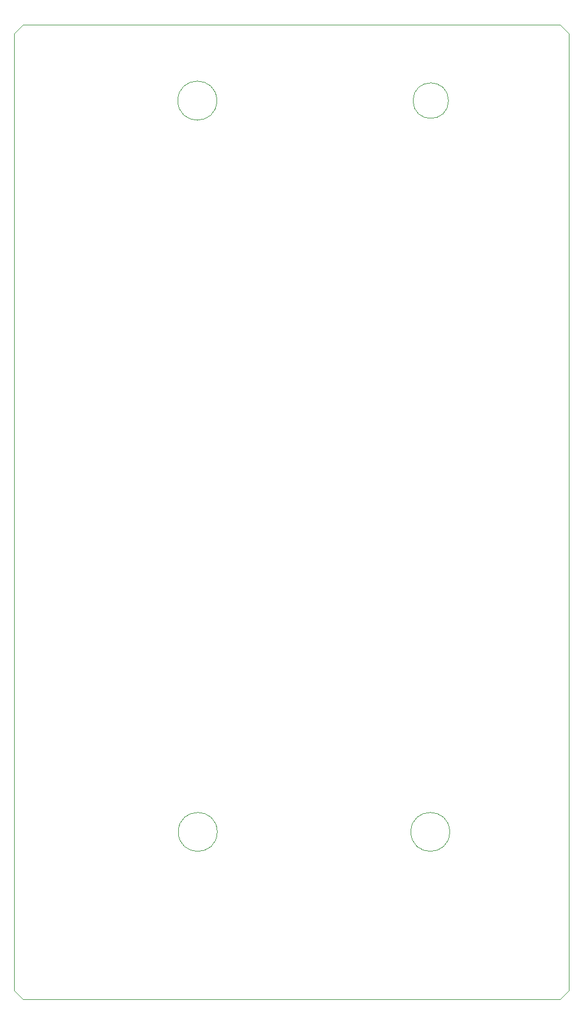
<source format=gbr>
G04 #@! TF.GenerationSoftware,KiCad,Pcbnew,(6.0.0-rc1-dev-347-gd8782b751)*
G04 #@! TF.CreationDate,2019-06-28T15:50:59+02:00*
G04 #@! TF.ProjectId,nano,6E616E6F2E6B696361645F7063620000,rev?*
G04 #@! TF.SameCoordinates,Original*
G04 #@! TF.FileFunction,Profile,NP*
%FSLAX46Y46*%
G04 Gerber Fmt 4.6, Leading zero omitted, Abs format (unit mm)*
G04 Created by KiCad (PCBNEW (6.0.0-rc1-dev-347-gd8782b751)) date 06/28/19 15:50:59*
%MOMM*%
%LPD*%
G01*
G04 APERTURE LIST*
%ADD10C,0.100000*%
G04 APERTURE END LIST*
D10*
X82804000Y-172085000D02*
X81534000Y-170815000D01*
X82804000Y-32004000D02*
X81534000Y-33274000D01*
X161353500Y-170815000D02*
X160083500Y-172085000D01*
X161353500Y-33210500D02*
X160083500Y-31940500D01*
X110746885Y-148021384D02*
G75*
G03X110746885Y-148021384I-2796885J0D01*
G01*
X144208500Y-148018500D02*
G75*
G03X144208500Y-148018500I-2794000J0D01*
G01*
X110692022Y-42874021D02*
G75*
G03X110692022Y-42874021I-2805522J0D01*
G01*
X144030668Y-42875168D02*
G75*
G03X144030668Y-42875168I-2552668J0D01*
G01*
X81534000Y-170815000D02*
X81534000Y-33274000D01*
X160083500Y-172085000D02*
X82804000Y-172085000D01*
X161353500Y-33210500D02*
X161353500Y-170815000D01*
X82804000Y-32004000D02*
X160083500Y-31940500D01*
M02*

</source>
